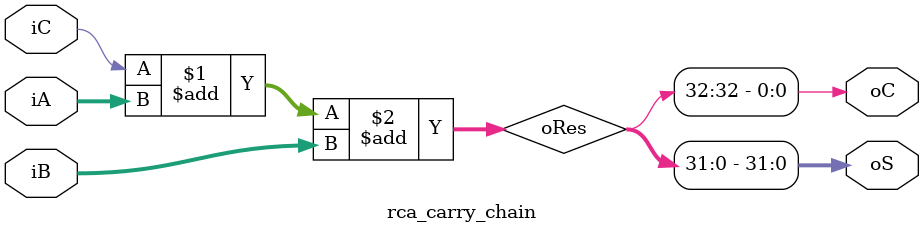
<source format=v>
`timescale 1ns / 1ps


module rca_carry_chain
#(
    parameter WIDTH = 32
)

(
    input wire iC,
    input wire [WIDTH-1:0] iA, iB,
    output wire [WIDTH-1:0] oS,
    output wire oC
);
    
    wire [WIDTH:0] oRes;
    
    assign oRes = iC + iA + iB;
    
    assign oS = oRes[WIDTH-1:0];
    assign oC = oRes[WIDTH];


endmodule

</source>
